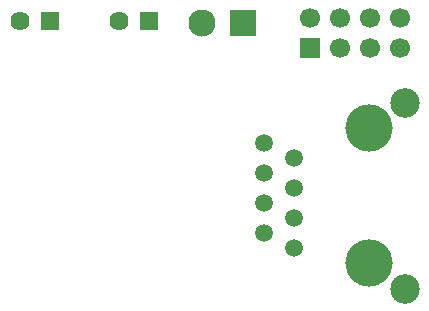
<source format=gbs>
G04 DipTrace Beta 2.3.5.2*
%INUSBtoRS485converter.GBS*%
%MOMM*%
%ADD21R,1.62X1.62*%
%ADD22C,1.62*%
%ADD23R,2.3X2.3*%
%ADD24C,2.3*%
%ADD25R,1.7X1.7*%
%ADD26C,1.7*%
%ADD27C,1.5*%
%ADD28C,4.0*%
%ADD29C,2.5*%
%FSLAX53Y53*%
G04*
G71*
G90*
G75*
G01*
%LNBotMask*%
%LPD*%
D21*
X14066Y26514D3*
D22*
X11526D3*
D23*
X22005Y26355D3*
D24*
X18505D3*
D25*
X27720Y24291D3*
D26*
Y26831D3*
X30260Y24291D3*
Y26831D3*
X32800Y24291D3*
Y26831D3*
X35340Y24291D3*
Y26831D3*
D21*
X5652Y26514D3*
D22*
X3112D3*
D27*
X26291Y7303D3*
Y9843D3*
Y12383D3*
Y14923D3*
X23751Y8573D3*
Y11113D3*
Y13653D3*
Y16193D3*
D28*
X32641Y6028D3*
Y17458D3*
D29*
X35691Y3868D3*
Y19618D3*
M02*

</source>
